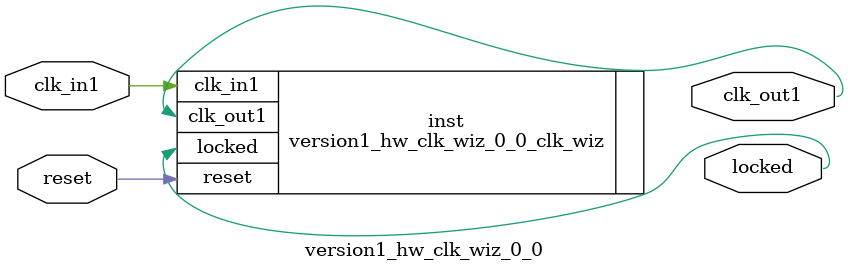
<source format=v>


`timescale 1ps/1ps

(* CORE_GENERATION_INFO = "version1_hw_clk_wiz_0_0,clk_wiz_v5_4_1_0,{component_name=version1_hw_clk_wiz_0_0,use_phase_alignment=true,use_min_o_jitter=false,use_max_i_jitter=false,use_dyn_phase_shift=false,use_inclk_switchover=false,use_dyn_reconfig=false,enable_axi=0,feedback_source=FDBK_AUTO,PRIMITIVE=MMCM,num_out_clk=1,clkin1_period=8.000,clkin2_period=10.000,use_power_down=false,use_reset=true,use_locked=true,use_inclk_stopped=false,feedback_type=SINGLE,CLOCK_MGR_TYPE=NA,manual_override=false}" *)

module version1_hw_clk_wiz_0_0 
 (
  // Clock out ports
  output        clk_out1,
  // Status and control signals
  input         reset,
  output        locked,
 // Clock in ports
  input         clk_in1
 );

  version1_hw_clk_wiz_0_0_clk_wiz inst
  (
  // Clock out ports  
  .clk_out1(clk_out1),
  // Status and control signals               
  .reset(reset), 
  .locked(locked),
 // Clock in ports
  .clk_in1(clk_in1)
  );

endmodule

</source>
